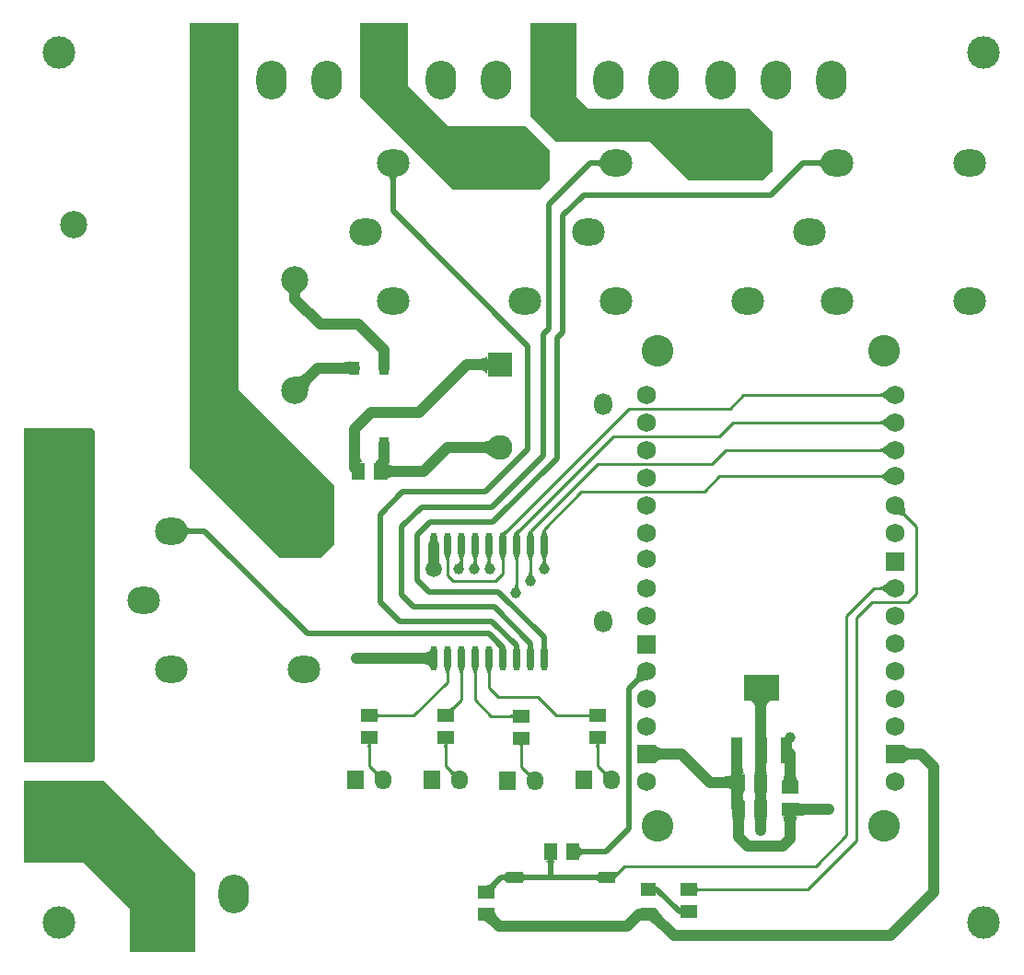
<source format=gtl>
G04 Layer_Physical_Order=1*
G04 Layer_Color=255*
%FSLAX44Y44*%
%MOMM*%
G71*
G01*
G75*
%ADD10R,1.6002X1.2700*%
%ADD11R,1.2700X1.6002*%
%ADD12R,1.3970X1.2700*%
%ADD13R,1.5000X1.0000*%
%ADD14R,1.0000X2.4000*%
%ADD15R,3.3000X2.4000*%
%ADD16R,1.6510X1.5240*%
%ADD17R,0.9000X1.3000*%
%ADD18O,0.6000X2.3000*%
%ADD19C,1.5000*%
%ADD20C,0.2540*%
%ADD21C,1.0000*%
%ADD22C,0.5000*%
%ADD23O,1.6510X2.0320*%
%ADD24C,3.0000*%
%ADD25O,1.5240X1.7780*%
%ADD26R,1.5240X1.7780*%
%ADD27O,3.0000X2.5000*%
%ADD28R,2.2860X2.2860*%
%ADD29C,2.2860*%
%ADD30C,2.5000*%
%ADD31O,2.7940X3.5560*%
%ADD32C,1.7526*%
%ADD33R,1.7526X1.7526*%
%ADD34C,2.9210*%
%ADD35C,1.0000*%
%ADD36C,1.5000*%
G36*
X-137701Y-236475D02*
X-137917Y-236552D01*
X-138108Y-236680D01*
X-138273Y-236860D01*
X-138413Y-237092D01*
X-138527Y-237374D01*
X-138616Y-237709D01*
X-138679Y-238094D01*
X-138717Y-238531D01*
X-138730Y-239020D01*
X-141270D01*
X-141283Y-238531D01*
X-141321Y-238094D01*
X-141384Y-237709D01*
X-141473Y-237374D01*
X-141587Y-237092D01*
X-141727Y-236860D01*
X-141892Y-236680D01*
X-142083Y-236552D01*
X-142299Y-236475D01*
X-142540Y-236449D01*
X-137460D01*
X-137701Y-236475D01*
D02*
G37*
G36*
X2299Y-236635D02*
X2083Y-236712D01*
X1892Y-236840D01*
X1727Y-237020D01*
X1587Y-237252D01*
X1473Y-237534D01*
X1384Y-237869D01*
X1321Y-238254D01*
X1283Y-238691D01*
X1270Y-239179D01*
X-1270D01*
X-1283Y-238691D01*
X-1321Y-238254D01*
X-1384Y-237869D01*
X-1473Y-237534D01*
X-1587Y-237252D01*
X-1727Y-237020D01*
X-1892Y-236840D01*
X-2083Y-236712D01*
X-2299Y-236635D01*
X-2540Y-236609D01*
X2540D01*
X2299Y-236635D01*
D02*
G37*
G36*
X72299Y-236475D02*
X72083Y-236552D01*
X71892Y-236680D01*
X71727Y-236860D01*
X71588Y-237092D01*
X71473Y-237374D01*
X71384Y-237709D01*
X71321Y-238094D01*
X71283Y-238531D01*
X71270Y-239020D01*
X68730D01*
X68717Y-238531D01*
X68679Y-238094D01*
X68616Y-237709D01*
X68527Y-237374D01*
X68412Y-237092D01*
X68273Y-236860D01*
X68108Y-236680D01*
X67917Y-236552D01*
X67701Y-236475D01*
X67460Y-236449D01*
X72540D01*
X72299Y-236475D01*
D02*
G37*
G36*
X-7970Y-212540D02*
X-7996Y-212299D01*
X-8072Y-212083D01*
X-8199Y-211892D01*
X-8377Y-211727D01*
X-8605Y-211588D01*
X-8885Y-211473D01*
X-9215Y-211384D01*
X-9596Y-211321D01*
X-10028Y-211283D01*
X-10510Y-211270D01*
Y-208730D01*
X-10028Y-208717D01*
X-9596Y-208679D01*
X-9215Y-208616D01*
X-8885Y-208527D01*
X-8605Y-208412D01*
X-8377Y-208273D01*
X-8199Y-208108D01*
X-8072Y-207917D01*
X-7996Y-207701D01*
X-7970Y-207460D01*
Y-212540D01*
D02*
G37*
G36*
X-67701Y-236315D02*
X-67917Y-236392D01*
X-68108Y-236520D01*
X-68273Y-236700D01*
X-68412Y-236932D01*
X-68527Y-237214D01*
X-68616Y-237549D01*
X-68679Y-237934D01*
X-68717Y-238371D01*
X-68730Y-238860D01*
X-71270D01*
X-71283Y-238371D01*
X-71321Y-237934D01*
X-71384Y-237549D01*
X-71473Y-237214D01*
X-71588Y-236932D01*
X-71727Y-236700D01*
X-71892Y-236520D01*
X-72083Y-236392D01*
X-72299Y-236315D01*
X-72540Y-236289D01*
X-67460D01*
X-67701Y-236315D01*
D02*
G37*
G36*
X225013Y-254930D02*
X225475Y-261430D01*
X225647Y-262129D01*
X225844Y-262630D01*
X226069Y-262929D01*
X226320Y-263029D01*
X213680D01*
X213931Y-262929D01*
X214156Y-262630D01*
X214353Y-262129D01*
X214525Y-261430D01*
X214670Y-260529D01*
X214881Y-258130D01*
X214987Y-254930D01*
X215000Y-253029D01*
X225000D01*
X225013Y-254930D01*
D02*
G37*
G36*
X76196Y-260683D02*
X76567Y-261000D01*
X76913Y-261256D01*
X77233Y-261451D01*
X77527Y-261585D01*
X77797Y-261658D01*
X78040Y-261670D01*
X78259Y-261621D01*
X78452Y-261511D01*
X78620Y-261340D01*
X75512Y-265384D01*
X75638Y-265173D01*
X75708Y-264940D01*
X75721Y-264687D01*
X75677Y-264412D01*
X75577Y-264117D01*
X75420Y-263801D01*
X75207Y-263463D01*
X74937Y-263104D01*
X74611Y-262725D01*
X74228Y-262324D01*
X75800Y-260304D01*
X76196Y-260683D01*
D02*
G37*
G36*
X123833Y-236977D02*
X124132Y-237611D01*
X124633Y-238171D01*
X125332Y-238656D01*
X126233Y-239067D01*
X127332Y-239403D01*
X128632Y-239664D01*
X130133Y-239851D01*
X131833Y-239963D01*
X133733Y-240000D01*
Y-250000D01*
X131833Y-250037D01*
X128632Y-250336D01*
X127332Y-250597D01*
X126233Y-250933D01*
X125332Y-251344D01*
X124633Y-251829D01*
X124132Y-252389D01*
X123833Y-253023D01*
X123733Y-253732D01*
Y-236268D01*
X123833Y-236977D01*
D02*
G37*
G36*
X-392000Y52000D02*
Y-246000D01*
Y-250000D01*
X-395000Y-253000D01*
X-456941D01*
Y55000D01*
X-395000D01*
X-392000Y52000D01*
D02*
G37*
G36*
X352433Y-236977D02*
X352733Y-237611D01*
X353232Y-238171D01*
X353932Y-238656D01*
X354832Y-239067D01*
X355933Y-239403D01*
X357233Y-239664D01*
X358732Y-239851D01*
X360433Y-239963D01*
X362332Y-240000D01*
Y-250000D01*
X360433Y-250037D01*
X357233Y-250336D01*
X355933Y-250597D01*
X354832Y-250933D01*
X353932Y-251344D01*
X353232Y-251829D01*
X352733Y-252389D01*
X352433Y-253023D01*
X352332Y-253732D01*
Y-236268D01*
X352433Y-236977D01*
D02*
G37*
G36*
X-53121Y-167085D02*
X-53333Y-167195D01*
X-53520Y-167379D01*
X-53682Y-167637D01*
X-53818Y-167968D01*
X-53931Y-168372D01*
X-54018Y-168851D01*
X-54080Y-169403D01*
X-54117Y-170028D01*
X-54130Y-170727D01*
X-56670D01*
X-56682Y-170028D01*
X-56782Y-168851D01*
X-56869Y-168372D01*
X-56981Y-167968D01*
X-57119Y-167637D01*
X-57281Y-167379D01*
X-57467Y-167195D01*
X-57679Y-167085D01*
X-57916Y-167048D01*
X-52884D01*
X-53121Y-167085D01*
D02*
G37*
G36*
X-65821D02*
X-66033Y-167195D01*
X-66220Y-167379D01*
X-66382Y-167637D01*
X-66519Y-167968D01*
X-66631Y-168372D01*
X-66718Y-168851D01*
X-66780Y-169403D01*
X-66817Y-170028D01*
X-66830Y-170727D01*
X-69370D01*
X-69382Y-170028D01*
X-69482Y-168851D01*
X-69569Y-168372D01*
X-69681Y-167968D01*
X-69819Y-167637D01*
X-69981Y-167379D01*
X-70167Y-167195D01*
X-70379Y-167085D01*
X-70616Y-167048D01*
X-65584D01*
X-65821Y-167085D01*
D02*
G37*
G36*
X-40421D02*
X-40633Y-167195D01*
X-40820Y-167379D01*
X-40981Y-167637D01*
X-41118Y-167968D01*
X-41231Y-168372D01*
X-41318Y-168851D01*
X-41380Y-169403D01*
X-41417Y-170028D01*
X-41430Y-170727D01*
X-43970D01*
X-43982Y-170028D01*
X-44082Y-168851D01*
X-44169Y-168372D01*
X-44281Y-167968D01*
X-44419Y-167637D01*
X-44580Y-167379D01*
X-44767Y-167195D01*
X-44979Y-167085D01*
X-45216Y-167048D01*
X-40184D01*
X-40421Y-167085D01*
D02*
G37*
G36*
X-83366Y-166985D02*
X-83470Y-166037D01*
X-83783Y-165190D01*
X-84305Y-164442D01*
X-85035Y-163794D01*
X-85974Y-163245D01*
X-87121Y-162797D01*
X-88477Y-162448D01*
X-90041Y-162198D01*
X-91814Y-162049D01*
X-93795Y-161999D01*
Y-151999D01*
X-91814Y-151949D01*
X-90042Y-151800D01*
X-88478Y-151551D01*
X-87122Y-151202D01*
X-85976Y-150754D01*
X-85037Y-150206D01*
X-84308Y-149559D01*
X-83786Y-148812D01*
X-83474Y-147966D01*
X-83370Y-147020D01*
X-83366Y-166985D01*
D02*
G37*
G36*
X-27721Y-167085D02*
X-27933Y-167195D01*
X-28119Y-167379D01*
X-28282Y-167637D01*
X-28419Y-167968D01*
X-28531Y-168372D01*
X-28618Y-168851D01*
X-28680Y-169403D01*
X-28718Y-170028D01*
X-28730Y-170727D01*
X-31270D01*
X-31282Y-170028D01*
X-31382Y-168851D01*
X-31469Y-168372D01*
X-31581Y-167968D01*
X-31718Y-167637D01*
X-31881Y-167379D01*
X-32067Y-167195D01*
X-32279Y-167085D01*
X-32516Y-167048D01*
X-27484D01*
X-27721Y-167085D01*
D02*
G37*
G36*
X62030Y-212380D02*
X62004Y-212139D01*
X61928Y-211923D01*
X61801Y-211732D01*
X61623Y-211567D01*
X61395Y-211427D01*
X61115Y-211313D01*
X60785Y-211224D01*
X60404Y-211161D01*
X59972Y-211123D01*
X59489Y-211110D01*
Y-208570D01*
X59972Y-208557D01*
X60404Y-208519D01*
X60785Y-208456D01*
X61115Y-208367D01*
X61395Y-208253D01*
X61623Y-208113D01*
X61801Y-207948D01*
X61928Y-207757D01*
X62004Y-207541D01*
X62030Y-207300D01*
Y-212380D01*
D02*
G37*
G36*
X-132034Y-207541D02*
X-131957Y-207757D01*
X-131829Y-207948D01*
X-131649Y-208113D01*
X-131417Y-208253D01*
X-131135Y-208367D01*
X-130800Y-208456D01*
X-130415Y-208519D01*
X-129978Y-208557D01*
X-129489Y-208570D01*
Y-211110D01*
X-129978Y-211123D01*
X-130415Y-211161D01*
X-130800Y-211224D01*
X-131135Y-211313D01*
X-131417Y-211427D01*
X-131649Y-211567D01*
X-131829Y-211732D01*
X-131957Y-211923D01*
X-132034Y-212139D01*
X-132060Y-212380D01*
Y-207300D01*
X-132034Y-207541D01*
D02*
G37*
G36*
X229050Y-196039D02*
X228200Y-196340D01*
X227450Y-196842D01*
X226800Y-197544D01*
X226250Y-198447D01*
X225800Y-199550D01*
X225450Y-200854D01*
X225200Y-202358D01*
X225050Y-204064D01*
X225000Y-205970D01*
X215000D01*
X214950Y-204064D01*
X214800Y-202358D01*
X214550Y-200854D01*
X214200Y-199550D01*
X213750Y-198447D01*
X213200Y-197544D01*
X212550Y-196842D01*
X211800Y-196340D01*
X210950Y-196039D01*
X210000Y-195939D01*
X230000D01*
X229050Y-196039D01*
D02*
G37*
G36*
X114912Y-177563D02*
X113918Y-177580D01*
X112972Y-177653D01*
X112073Y-177781D01*
X111222Y-177964D01*
X110418Y-178203D01*
X109661Y-178496D01*
X108953Y-178846D01*
X108291Y-179250D01*
X107677Y-179709D01*
X107111Y-180224D01*
X103575Y-176689D01*
X104090Y-176123D01*
X104550Y-175509D01*
X104955Y-174847D01*
X105304Y-174139D01*
X105597Y-173382D01*
X105836Y-172578D01*
X106019Y-171727D01*
X106147Y-170828D01*
X106220Y-169882D01*
X106237Y-168888D01*
X114912Y-177563D01*
D02*
G37*
G36*
X-60233Y-201709D02*
X-60813Y-202307D01*
X-61708Y-203342D01*
X-62023Y-203781D01*
X-62249Y-204167D01*
X-62388Y-204499D01*
X-62438Y-204779D01*
X-62400Y-205006D01*
X-62274Y-205180D01*
X-62060Y-205302D01*
X-67273Y-203391D01*
X-67004Y-203458D01*
X-66715Y-203469D01*
X-66407Y-203426D01*
X-66078Y-203326D01*
X-65729Y-203171D01*
X-65359Y-202961D01*
X-64970Y-202695D01*
X-64560Y-202374D01*
X-64130Y-201997D01*
X-63681Y-201564D01*
X-60233Y-201709D01*
D02*
G37*
G36*
X-63804Y-260683D02*
X-63433Y-261000D01*
X-63087Y-261256D01*
X-62767Y-261451D01*
X-62473Y-261585D01*
X-62203Y-261658D01*
X-61960Y-261670D01*
X-61741Y-261621D01*
X-61548Y-261511D01*
X-61380Y-261340D01*
X-64488Y-265384D01*
X-64362Y-265173D01*
X-64292Y-264940D01*
X-64279Y-264687D01*
X-64323Y-264412D01*
X-64423Y-264117D01*
X-64580Y-263801D01*
X-64793Y-263463D01*
X-65063Y-263104D01*
X-65389Y-262725D01*
X-65772Y-262324D01*
X-64200Y-260304D01*
X-63804Y-260683D01*
D02*
G37*
G36*
X71031Y-363470D02*
X70981Y-363000D01*
X70830Y-362580D01*
X70581Y-362210D01*
X70230Y-361889D01*
X69781Y-361617D01*
X69230Y-361395D01*
X68580Y-361222D01*
X67831Y-361099D01*
X66981Y-361025D01*
X66031Y-361000D01*
Y-356000D01*
X66981Y-355975D01*
X67831Y-355901D01*
X68580Y-355778D01*
X69230Y-355605D01*
X69781Y-355383D01*
X70230Y-355111D01*
X70581Y-354790D01*
X70830Y-354420D01*
X70981Y-354000D01*
X71031Y-353531D01*
Y-363470D01*
D02*
G37*
G36*
X1019Y-354000D02*
X1169Y-354420D01*
X1419Y-354790D01*
X1769Y-355111D01*
X2219Y-355383D01*
X2770Y-355605D01*
X3419Y-355778D01*
X4169Y-355901D01*
X5020Y-355975D01*
X5969Y-356000D01*
Y-361000D01*
X5020Y-361025D01*
X4169Y-361099D01*
X3419Y-361222D01*
X2770Y-361395D01*
X2219Y-361617D01*
X1769Y-361889D01*
X1419Y-362210D01*
X1169Y-362580D01*
X1019Y-363000D01*
X970Y-363470D01*
Y-353531D01*
X1019Y-354000D01*
D02*
G37*
G36*
X-13939Y-363350D02*
X-13988Y-362904D01*
X-14134Y-362504D01*
X-14378Y-362152D01*
X-14720Y-361846D01*
X-15159Y-361588D01*
X-15696Y-361376D01*
X-16331Y-361212D01*
X-17063Y-361094D01*
X-17893Y-361023D01*
X-18820Y-361000D01*
Y-356000D01*
X-17893Y-355976D01*
X-17063Y-355906D01*
X-16331Y-355788D01*
X-15696Y-355624D01*
X-15159Y-355412D01*
X-14720Y-355154D01*
X-14378Y-354848D01*
X-14134Y-354496D01*
X-13988Y-354096D01*
X-13939Y-353649D01*
Y-363350D01*
D02*
G37*
G36*
X87766Y-357030D02*
X87420Y-357394D01*
X87111Y-357756D01*
X86837Y-358118D01*
X86600Y-358478D01*
X86399Y-358838D01*
X86235Y-359197D01*
X86107Y-359554D01*
X86014Y-359911D01*
X85959Y-360267D01*
X85939Y-360622D01*
X85969Y-353531D01*
X85988Y-353836D01*
X86041Y-354072D01*
X86131Y-354238D01*
X86257Y-354334D01*
X86419Y-354359D01*
X86616Y-354315D01*
X86850Y-354201D01*
X87119Y-354017D01*
X87424Y-353763D01*
X87766Y-353438D01*
Y-357030D01*
D02*
G37*
G36*
X80285Y-356703D02*
X80526Y-356814D01*
X80824Y-356911D01*
X81179Y-356996D01*
X81591Y-357067D01*
X82584Y-357171D01*
X83805Y-357224D01*
X84500Y-357230D01*
Y-359770D01*
X83805Y-359776D01*
X81591Y-359933D01*
X81179Y-360004D01*
X80824Y-360089D01*
X80526Y-360186D01*
X80285Y-360297D01*
X80101Y-360420D01*
Y-356580D01*
X80285Y-356703D01*
D02*
G37*
G36*
X124061Y-386743D02*
X124379Y-387533D01*
X124909Y-388479D01*
X125652Y-389582D01*
X126606Y-390842D01*
X129152Y-393831D01*
X134561Y-399490D01*
X126749Y-405821D01*
X124663Y-403804D01*
X120938Y-400642D01*
X119299Y-399497D01*
X117810Y-398642D01*
X116471Y-398077D01*
X115281Y-397802D01*
X114240Y-397817D01*
X113349Y-398123D01*
X112607Y-398719D01*
X123954Y-386110D01*
X124061Y-386743D01*
D02*
G37*
G36*
X-337000Y-317000D02*
X-300000Y-354000D01*
Y-358000D01*
Y-426941D01*
X-360000D01*
Y-387000D01*
X-371000Y-376000D01*
X-402000Y-345000D01*
X-456941D01*
Y-270000D01*
X-384000D01*
X-337000Y-317000D01*
D02*
G37*
G36*
X-24329Y-389960D02*
X-24381Y-390462D01*
X-24215Y-391117D01*
X-23832Y-391924D01*
X-23231Y-392883D01*
X-22413Y-393995D01*
X-20124Y-396675D01*
X-16964Y-399964D01*
X-25680Y-405391D01*
X-27309Y-403795D01*
X-31404Y-400188D01*
X-32506Y-399380D01*
X-33476Y-398768D01*
X-34315Y-398353D01*
X-35022Y-398135D01*
X-35598Y-398114D01*
X-36041Y-398289D01*
X-24060Y-389610D01*
X-24329Y-389960D01*
D02*
G37*
G36*
X-20494Y-363709D02*
X-21561Y-364812D01*
X-23221Y-366752D01*
X-23815Y-367591D01*
X-24250Y-368342D01*
X-24528Y-369005D01*
X-24648Y-369581D01*
X-24610Y-370068D01*
X-24414Y-370468D01*
X-24060Y-370780D01*
X-32752Y-365391D01*
X-32291Y-365597D01*
X-31776Y-365678D01*
X-31207Y-365634D01*
X-30582Y-365464D01*
X-29902Y-365170D01*
X-29167Y-364751D01*
X-28378Y-364207D01*
X-27534Y-363538D01*
X-26635Y-362744D01*
X-25680Y-361825D01*
X-20494Y-363709D01*
D02*
G37*
G36*
X161996Y-367541D02*
X162072Y-367757D01*
X162199Y-367948D01*
X162377Y-368113D01*
X162605Y-368252D01*
X162885Y-368367D01*
X163215Y-368456D01*
X163596Y-368519D01*
X164028Y-368557D01*
X164510Y-368570D01*
Y-371110D01*
X164028Y-371123D01*
X163596Y-371161D01*
X163215Y-371224D01*
X162885Y-371313D01*
X162605Y-371427D01*
X162377Y-371567D01*
X162199Y-371732D01*
X162072Y-371923D01*
X161996Y-372139D01*
X161971Y-372380D01*
Y-367300D01*
X161996Y-367541D01*
D02*
G37*
G36*
X225007Y-278971D02*
X226320D01*
X226069Y-279070D01*
X225844Y-279370D01*
X225647Y-279870D01*
X225475Y-280571D01*
X225330Y-281471D01*
X225215Y-282773D01*
X225475Y-286430D01*
X225647Y-287129D01*
X225844Y-287630D01*
X226069Y-287929D01*
X226320Y-288029D01*
X225007D01*
X225000Y-288971D01*
X215000D01*
X214993Y-288029D01*
X213680D01*
X213931Y-287929D01*
X214156Y-287630D01*
X214353Y-287129D01*
X214525Y-286430D01*
X214670Y-285529D01*
X214785Y-284226D01*
X214525Y-280571D01*
X214353Y-279870D01*
X214156Y-279370D01*
X213931Y-279070D01*
X213680Y-278971D01*
X214993D01*
X215000Y-278029D01*
X225000D01*
X225007Y-278971D01*
D02*
G37*
G36*
X203030Y-254930D02*
X203270Y-258130D01*
X203480Y-259429D01*
X203750Y-260529D01*
X204080Y-261430D01*
X204470Y-262129D01*
X204920Y-262630D01*
X205430Y-262929D01*
X206000Y-263029D01*
X193361D01*
Y-278029D01*
X203000D01*
X203015Y-278971D01*
X206000D01*
X205430Y-279070D01*
X204920Y-279370D01*
X204470Y-279870D01*
X204080Y-280571D01*
X203750Y-281471D01*
X203480Y-282570D01*
X203330Y-283500D01*
X203480Y-284429D01*
X203750Y-285529D01*
X204080Y-286430D01*
X204470Y-287129D01*
X204920Y-287630D01*
X205430Y-287929D01*
X206000Y-288029D01*
X203031D01*
X203000Y-288971D01*
X193000D01*
X193111Y-285906D01*
X193090Y-285529D01*
X193000Y-278029D01*
X193037D01*
X192960Y-277901D01*
X192460Y-277456D01*
X191761Y-277069D01*
X190861Y-276743D01*
X189760Y-276475D01*
X188461Y-276267D01*
X186961Y-276119D01*
X183361Y-276000D01*
Y-266000D01*
X185261Y-265970D01*
X188461Y-265733D01*
X189760Y-265525D01*
X190861Y-265257D01*
X191761Y-264931D01*
X192460Y-264544D01*
X192960Y-264099D01*
X193260Y-263594D01*
X193361Y-263029D01*
X193292Y-262929D01*
X193231Y-262630D01*
X193177Y-262129D01*
X193090Y-260529D01*
X193000Y-253029D01*
X203000D01*
X203030Y-254930D01*
D02*
G37*
G36*
X252030Y-261261D02*
X252267Y-264461D01*
X252475Y-265760D01*
X252743Y-266861D01*
X253069Y-267761D01*
X253456Y-268461D01*
X253901Y-268960D01*
X254406Y-269261D01*
X254970Y-269361D01*
X239030D01*
X239594Y-269261D01*
X240099Y-268960D01*
X240544Y-268461D01*
X240931Y-267761D01*
X241257Y-266861D01*
X241525Y-265760D01*
X241733Y-264461D01*
X241881Y-262960D01*
X242000Y-259361D01*
X252000D01*
X252030Y-261261D01*
D02*
G37*
G36*
X-133804Y-260683D02*
X-133433Y-261000D01*
X-133087Y-261256D01*
X-132767Y-261451D01*
X-132473Y-261585D01*
X-132204Y-261658D01*
X-131960Y-261670D01*
X-131741Y-261621D01*
X-131548Y-261511D01*
X-131380Y-261340D01*
X-134488Y-265384D01*
X-134361Y-265173D01*
X-134292Y-264940D01*
X-134279Y-264687D01*
X-134323Y-264412D01*
X-134423Y-264117D01*
X-134580Y-263801D01*
X-134793Y-263463D01*
X-135063Y-263104D01*
X-135389Y-262725D01*
X-135772Y-262324D01*
X-134200Y-260304D01*
X-133804Y-260683D01*
D02*
G37*
G36*
X6197Y-261683D02*
X6567Y-262000D01*
X6913Y-262256D01*
X7233Y-262451D01*
X7527Y-262585D01*
X7796Y-262658D01*
X8040Y-262670D01*
X8259Y-262621D01*
X8452Y-262511D01*
X8619Y-262340D01*
X5512Y-266384D01*
X5638Y-266173D01*
X5708Y-265940D01*
X5721Y-265687D01*
X5677Y-265413D01*
X5577Y-265117D01*
X5420Y-264800D01*
X5207Y-264463D01*
X4937Y-264104D01*
X4611Y-263725D01*
X4228Y-263324D01*
X5800Y-261304D01*
X6197Y-261683D01*
D02*
G37*
G36*
X53499Y-330475D02*
X53650Y-330900D01*
X53902Y-331275D01*
X54254Y-331600D01*
X54707Y-331875D01*
X55260Y-332100D01*
X55914Y-332275D01*
X56669Y-332400D01*
X57524Y-332475D01*
X58479Y-332500D01*
Y-337500D01*
X57524Y-337525D01*
X56669Y-337600D01*
X55914Y-337725D01*
X55260Y-337900D01*
X54707Y-338125D01*
X54254Y-338400D01*
X53902Y-338725D01*
X53650Y-339100D01*
X53499Y-339525D01*
X53449Y-340000D01*
Y-330000D01*
X53499Y-330475D01*
D02*
G37*
G36*
X31365Y-343021D02*
X30940Y-343171D01*
X30565Y-343420D01*
X30240Y-343770D01*
X29965Y-344221D01*
X29740Y-344771D01*
X29565Y-345420D01*
X29440Y-346171D01*
X29365Y-347020D01*
X29340Y-347971D01*
X24340D01*
X24315Y-347020D01*
X24240Y-346171D01*
X24115Y-345420D01*
X23940Y-344771D01*
X23715Y-344221D01*
X23440Y-343770D01*
X23115Y-343420D01*
X22740Y-343171D01*
X22315Y-343021D01*
X21840Y-342971D01*
X31840D01*
X31365Y-343021D01*
D02*
G37*
G36*
X205749Y-304070D02*
X205525Y-304370D01*
X205327Y-304870D01*
X205155Y-305571D01*
X205010Y-306471D01*
X204799Y-308871D01*
X204693Y-312071D01*
X204680Y-313971D01*
X194680D01*
X194667Y-312071D01*
X194205Y-305571D01*
X194033Y-304870D01*
X193836Y-304370D01*
X193611Y-304070D01*
X193361Y-303971D01*
X206000D01*
X205749Y-304070D01*
D02*
G37*
G36*
X255070Y-289931D02*
X255371Y-290156D01*
X255870Y-290353D01*
X256570Y-290525D01*
X257470Y-290670D01*
X259870Y-290881D01*
X263071Y-290987D01*
X264970Y-291000D01*
Y-301000D01*
X263071Y-301013D01*
X256570Y-301475D01*
X255870Y-301647D01*
X255371Y-301845D01*
X255070Y-302069D01*
X254970Y-302320D01*
X254406Y-302419D01*
X253901Y-302719D01*
X253456Y-303220D01*
X253069Y-303920D01*
X252743Y-304820D01*
X252475Y-305919D01*
X252267Y-307220D01*
X252119Y-308720D01*
X252000Y-312320D01*
X242000D01*
X241970Y-310420D01*
X241733Y-307220D01*
X241525Y-305919D01*
X241257Y-304820D01*
X240931Y-303920D01*
X240544Y-303220D01*
X240099Y-302719D01*
X239594Y-302419D01*
X239030Y-302320D01*
X254970D01*
Y-289681D01*
X255070Y-289931D01*
D02*
G37*
G36*
X226069Y-304070D02*
X225844Y-304370D01*
X225647Y-304870D01*
X225475Y-305571D01*
X225330Y-306471D01*
X225119Y-308871D01*
X225013Y-312071D01*
X225000Y-313971D01*
X215000D01*
X214987Y-312071D01*
X214525Y-305571D01*
X214353Y-304870D01*
X214156Y-304370D01*
X213931Y-304070D01*
X213680Y-303971D01*
X226320D01*
X226069Y-304070D01*
D02*
G37*
G36*
X-148454Y31070D02*
X-148314Y29371D01*
X-148081Y27871D01*
X-147755Y26570D01*
X-147335Y25470D01*
X-146823Y24571D01*
X-146217Y23870D01*
X-145518Y23370D01*
X-144726Y23070D01*
X-143841Y22970D01*
X-156480D01*
X-156863Y23070D01*
X-157207Y23370D01*
X-157510Y23870D01*
X-157773Y24571D01*
X-157995Y25470D01*
X-158177Y26570D01*
X-158318Y27871D01*
X-158480Y31070D01*
X-158500Y32970D01*
X-148500D01*
X-148454Y31070D01*
D02*
G37*
G36*
X-123420Y22406D02*
X-123120Y21901D01*
X-122620Y21456D01*
X-121920Y21069D01*
X-121020Y20743D01*
X-119921Y20475D01*
X-118621Y20267D01*
X-117121Y20119D01*
X-113520Y20000D01*
Y10000D01*
X-115421Y9970D01*
X-118621Y9733D01*
X-119921Y9525D01*
X-121020Y9257D01*
X-121920Y8931D01*
X-122620Y8544D01*
X-123120Y8099D01*
X-123420Y7594D01*
X-123520Y7030D01*
Y22970D01*
X-123420Y22406D01*
D02*
G37*
G36*
X337342Y28266D02*
X336407Y29190D01*
X334649Y30747D01*
X333826Y31379D01*
X333041Y31914D01*
X332292Y32352D01*
X331581Y32692D01*
X330907Y32935D01*
X330271Y33081D01*
X329672Y33130D01*
Y35670D01*
X330271Y35719D01*
X330907Y35865D01*
X331581Y36108D01*
X332292Y36448D01*
X333041Y36886D01*
X333826Y37421D01*
X334649Y38053D01*
X336407Y39610D01*
X337342Y40534D01*
Y28266D01*
D02*
G37*
G36*
Y53666D02*
X336407Y54590D01*
X334649Y56147D01*
X333826Y56779D01*
X333041Y57314D01*
X332292Y57752D01*
X331581Y58092D01*
X330907Y58335D01*
X330271Y58481D01*
X329672Y58530D01*
Y61070D01*
X330271Y61119D01*
X330907Y61265D01*
X331581Y61508D01*
X332292Y61848D01*
X333041Y62286D01*
X333826Y62821D01*
X334649Y63453D01*
X336407Y65010D01*
X337342Y65934D01*
Y53666D01*
D02*
G37*
G36*
X-28163Y28899D02*
X-28782Y29469D01*
X-29463Y29979D01*
X-30206Y30429D01*
X-31010Y30820D01*
X-31877Y31150D01*
X-32805Y31420D01*
X-33795Y31630D01*
X-34847Y31780D01*
X-35961Y31870D01*
X-37136Y31900D01*
Y41900D01*
X-35961Y41930D01*
X-34847Y42020D01*
X-33795Y42170D01*
X-32805Y42380D01*
X-31877Y42650D01*
X-31010Y42980D01*
X-30206Y43370D01*
X-29463Y43821D01*
X-28782Y44331D01*
X-28163Y44901D01*
Y28899D01*
D02*
G37*
G36*
X-1313Y-40109D02*
X-1745Y-40559D01*
X-2381Y-41338D01*
X-2585Y-41667D01*
X-2712Y-41956D01*
X-2763Y-42204D01*
X-2738Y-42412D01*
X-2637Y-42579D01*
X-2460Y-42706D01*
X-2206Y-42793D01*
X-6098Y-41907D01*
X-6259Y-41954D01*
X-6329Y-41921D01*
X-6309Y-41810D01*
X-6197Y-41619D01*
X-5995Y-41350D01*
X-5702Y-41002D01*
X-4276Y-39486D01*
X-3619Y-38823D01*
X-1313Y-40109D01*
D02*
G37*
G36*
X22083Y-39972D02*
X22182Y-41149D01*
X22269Y-41627D01*
X22381Y-42032D01*
X22518Y-42363D01*
X22680Y-42621D01*
X22867Y-42805D01*
X23079Y-42915D01*
X23316Y-42952D01*
X18284D01*
X18521Y-42915D01*
X18733Y-42805D01*
X18920Y-42621D01*
X19081Y-42363D01*
X19219Y-42032D01*
X19331Y-41627D01*
X19418Y-41149D01*
X19480Y-40597D01*
X19518Y-39972D01*
X19530Y-39273D01*
X22070D01*
X22083Y-39972D01*
D02*
G37*
G36*
X9373Y-40302D02*
X9449Y-41486D01*
X9484Y-41676D01*
X9526Y-41824D01*
X9573Y-41930D01*
X9627Y-41993D01*
X9687Y-42015D01*
X6513D01*
X6573Y-41993D01*
X6627Y-41930D01*
X6675Y-41824D01*
X6716Y-41676D01*
X6751Y-41486D01*
X6779Y-41253D01*
X6817Y-40661D01*
X6830Y-39900D01*
X9370D01*
X9373Y-40302D01*
D02*
G37*
G36*
X337342Y4136D02*
X336407Y5060D01*
X334649Y6617D01*
X333826Y7249D01*
X333041Y7784D01*
X332292Y8222D01*
X331581Y8562D01*
X330907Y8805D01*
X330271Y8951D01*
X329672Y9000D01*
Y11540D01*
X330271Y11589D01*
X330907Y11735D01*
X331581Y11978D01*
X332292Y12318D01*
X333041Y12756D01*
X333826Y13291D01*
X334649Y13923D01*
X336407Y15480D01*
X337342Y16404D01*
Y4136D01*
D02*
G37*
G36*
X352370Y-17802D02*
X352513Y-20146D01*
X352647Y-21175D01*
X352825Y-22109D01*
X353044Y-22947D01*
X353306Y-23691D01*
X353611Y-24339D01*
X353957Y-24893D01*
X354347Y-25351D01*
X352551Y-27147D01*
X352093Y-26758D01*
X351539Y-26411D01*
X350891Y-26106D01*
X350148Y-25844D01*
X349309Y-25625D01*
X348375Y-25447D01*
X347346Y-25312D01*
X345002Y-25170D01*
X343688Y-25163D01*
X352363Y-16488D01*
X352370Y-17802D01*
D02*
G37*
G36*
X-113581Y286253D02*
X-114005Y286093D01*
X-114378Y285828D01*
X-114703Y285456D01*
X-114977Y284977D01*
X-115201Y284393D01*
X-115376Y283702D01*
X-115500Y282905D01*
X-115575Y282002D01*
X-115600Y280992D01*
X-120600D01*
X-120625Y282002D01*
X-120700Y282905D01*
X-120824Y283702D01*
X-120999Y284393D01*
X-121223Y284977D01*
X-121497Y285456D01*
X-121821Y285828D01*
X-122196Y286093D01*
X-122619Y286253D01*
X-123093Y286306D01*
X-113107D01*
X-113581Y286253D01*
D02*
G37*
G36*
X-104000Y400000D02*
Y369000D01*
X-67000Y332000D01*
X-50000Y332000D01*
X4000D01*
X18000Y318000D01*
X26000Y310000D01*
Y307000D01*
Y283000D01*
X24000Y281000D01*
X17000Y274000D01*
X-63000D01*
X-99000Y310000D01*
X-148000Y359000D01*
Y364000D01*
Y426941D01*
X-104000D01*
Y400000D01*
D02*
G37*
G36*
X51000Y398000D02*
Y359000D01*
X55000Y355000D01*
X62000Y348000D01*
X210000Y348000D01*
X225000Y333000D01*
X231000Y327000D01*
Y319000D01*
Y291000D01*
X230000Y290000D01*
X222000Y282000D01*
X154000D01*
X139000Y297000D01*
X118000Y318000D01*
X32000D01*
X28000Y322000D01*
X8000Y342000D01*
Y396000D01*
Y426941D01*
X51000D01*
Y398000D01*
D02*
G37*
G36*
X276502Y293512D02*
X276444Y293985D01*
X276269Y294408D01*
X275978Y294781D01*
X275570Y295104D01*
X275046Y295378D01*
X274405Y295602D01*
X273648Y295776D01*
X272774Y295900D01*
X271783Y295975D01*
X270676Y296000D01*
Y301000D01*
X271783Y301025D01*
X272774Y301100D01*
X273648Y301224D01*
X274405Y301398D01*
X275046Y301622D01*
X275570Y301896D01*
X275978Y302219D01*
X276269Y302593D01*
X276444Y303015D01*
X276502Y303488D01*
Y293512D01*
D02*
G37*
G36*
X73002Y293512D02*
X72944Y293985D01*
X72769Y294408D01*
X72478Y294781D01*
X72070Y295104D01*
X71546Y295378D01*
X70905Y295602D01*
X70148Y295776D01*
X69274Y295900D01*
X68283Y295975D01*
X67176Y296000D01*
Y301000D01*
X68283Y301025D01*
X69274Y301099D01*
X70148Y301224D01*
X70905Y301398D01*
X71546Y301622D01*
X72070Y301896D01*
X72478Y302219D01*
X72769Y302593D01*
X72944Y303015D01*
X73002Y303488D01*
Y293512D01*
D02*
G37*
G36*
X-191460Y99069D02*
X-192313Y98162D01*
X-193076Y97241D01*
X-193747Y96305D01*
X-194327Y95353D01*
X-194817Y94386D01*
X-195215Y93404D01*
X-195523Y92407D01*
X-195740Y91395D01*
X-195866Y90368D01*
X-195901Y89325D01*
X-208275Y101699D01*
X-207232Y101734D01*
X-206205Y101860D01*
X-205193Y102077D01*
X-204196Y102385D01*
X-203214Y102783D01*
X-202247Y103273D01*
X-201295Y103853D01*
X-200359Y104524D01*
X-199437Y105287D01*
X-198531Y106140D01*
X-191460Y99069D01*
D02*
G37*
G36*
X337342Y79066D02*
X336407Y79990D01*
X334649Y81547D01*
X333826Y82179D01*
X333041Y82714D01*
X332292Y83152D01*
X331581Y83492D01*
X330907Y83735D01*
X330271Y83881D01*
X329672Y83930D01*
Y86470D01*
X330271Y86519D01*
X330907Y86665D01*
X331581Y86908D01*
X332292Y87248D01*
X333041Y87686D01*
X333826Y88221D01*
X334649Y88853D01*
X336407Y90410D01*
X337342Y91334D01*
Y79066D01*
D02*
G37*
G36*
X-31369Y103100D02*
X-31469Y104050D01*
X-31770Y104900D01*
X-32272Y105650D01*
X-32974Y106300D01*
X-33877Y106850D01*
X-34980Y107300D01*
X-36284Y107650D01*
X-37789Y107900D01*
X-39494Y108050D01*
X-41399Y108100D01*
Y118100D01*
X-39494Y118150D01*
X-37789Y118300D01*
X-36284Y118550D01*
X-34980Y118900D01*
X-33877Y119350D01*
X-32974Y119900D01*
X-32272Y120550D01*
X-31770Y121300D01*
X-31469Y122150D01*
X-31369Y123100D01*
Y103100D01*
D02*
G37*
G36*
X-202819Y179555D02*
X-202941Y179314D01*
X-203049Y178964D01*
X-203142Y178501D01*
X-203221Y177929D01*
X-203335Y176450D01*
X-203400Y173400D01*
X-213400D01*
X-213407Y174528D01*
X-213658Y178501D01*
X-213751Y178964D01*
X-213859Y179314D01*
X-213981Y179555D01*
X-214117Y179684D01*
X-202683D01*
X-202819Y179555D01*
D02*
G37*
G36*
X-157970Y103530D02*
X-158070Y103810D01*
X-158370Y104059D01*
X-158870Y104280D01*
X-159570Y104471D01*
X-160470Y104633D01*
X-161570Y104765D01*
X-164370Y104941D01*
X-167970Y105000D01*
Y115000D01*
X-166070Y115015D01*
X-160470Y115367D01*
X-159570Y115529D01*
X-158870Y115720D01*
X-158370Y115940D01*
X-158070Y116190D01*
X-157970Y116469D01*
Y103530D01*
D02*
G37*
G36*
X-13128Y-40924D02*
X-13564Y-41378D01*
X-14231Y-42187D01*
X-14462Y-42541D01*
X-14624Y-42863D01*
X-14718Y-43151D01*
X-14742Y-43406D01*
X-14699Y-43628D01*
X-14586Y-43816D01*
X-14405Y-43971D01*
X-18075Y-41608D01*
X-17910Y-41571D01*
X-17724Y-41500D01*
X-17518Y-41394D01*
X-17292Y-41255D01*
X-17045Y-41083D01*
X-16490Y-40635D01*
X-15853Y-40052D01*
X-15504Y-39710D01*
X-13128Y-40924D01*
D02*
G37*
G36*
X-28705Y-67444D02*
X-28632Y-67867D01*
X-28510Y-68278D01*
X-28339Y-68677D01*
X-28119Y-69062D01*
X-27850Y-69435D01*
X-27532Y-69796D01*
X-27165Y-70144D01*
X-26749Y-70479D01*
X-26285Y-70801D01*
X-33143Y-72201D01*
X-32787Y-71656D01*
X-32188Y-70617D01*
X-31944Y-70125D01*
X-31570Y-69194D01*
X-31439Y-68755D01*
X-31345Y-68334D01*
X-31289Y-67930D01*
X-31270Y-67545D01*
X-28730Y-67007D01*
X-28705Y-67444D01*
D02*
G37*
G36*
X-54130Y-68834D02*
X-54121Y-69201D01*
X-54049Y-70003D01*
X-53986Y-70437D01*
X-53687Y-71874D01*
X-53398Y-72943D01*
X-53227Y-73512D01*
X-59133Y-70130D01*
X-58665Y-69997D01*
X-58246Y-69829D01*
X-57877Y-69624D01*
X-57557Y-69383D01*
X-57286Y-69106D01*
X-57064Y-68793D01*
X-56892Y-68444D01*
X-56768Y-68059D01*
X-56695Y-67638D01*
X-56670Y-67180D01*
X-54130Y-68834D01*
D02*
G37*
G36*
X-41430Y-67253D02*
X-41409Y-67662D01*
X-41344Y-68078D01*
X-41238Y-68501D01*
X-41088Y-68930D01*
X-40896Y-69366D01*
X-40660Y-69808D01*
X-40382Y-70258D01*
X-40062Y-70714D01*
X-39698Y-71176D01*
X-39292Y-71646D01*
X-46279Y-71226D01*
X-45841Y-70823D01*
X-45448Y-70418D01*
X-45102Y-70011D01*
X-44801Y-69602D01*
X-44547Y-69190D01*
X-44339Y-68776D01*
X-44178Y-68359D01*
X-44062Y-67940D01*
X-43993Y-67519D01*
X-43970Y-67095D01*
X-41430Y-67253D01*
D02*
G37*
G36*
X-75800Y-65095D02*
X-75609Y-69786D01*
X-86105Y-69506D01*
X-86047Y-69407D01*
X-85995Y-69224D01*
X-85950Y-68958D01*
X-85910Y-68607D01*
X-85828Y-67050D01*
X-85800Y-64737D01*
X-75800Y-65095D01*
D02*
G37*
G36*
X22093Y-67537D02*
X22161Y-67958D01*
X22276Y-68378D01*
X22436Y-68797D01*
X22641Y-69215D01*
X22892Y-69632D01*
X23189Y-70048D01*
X23532Y-70464D01*
X23920Y-70878D01*
X24354Y-71292D01*
X17360Y-71572D01*
X17772Y-71114D01*
X18467Y-70213D01*
X18749Y-69770D01*
X18987Y-69332D01*
X19183Y-68900D01*
X19335Y-68472D01*
X19443Y-68050D01*
X19508Y-67633D01*
X19530Y-67221D01*
X22070Y-67116D01*
X22093Y-67537D01*
D02*
G37*
G36*
X-18876Y-141601D02*
X-15467Y-145445D01*
X-15295Y-145778D01*
X-15294Y-145966D01*
X-15463Y-146008D01*
X-15802Y-145905D01*
X-20265Y-150776D01*
X-19997Y-150378D01*
X-19863Y-149916D01*
X-19863Y-149390D01*
X-19997Y-148801D01*
X-20265Y-148147D01*
X-20667Y-147429D01*
X-21203Y-146648D01*
X-21874Y-145802D01*
X-22678Y-144892D01*
X-23617Y-143919D01*
X-20069Y-140396D01*
X-18876Y-141601D01*
D02*
G37*
G36*
X23304Y-142819D02*
X23552Y-147186D01*
X23618Y-147494D01*
X23693Y-147724D01*
X17907D01*
X17982Y-147494D01*
X18048Y-147186D01*
X18107Y-146799D01*
X18202Y-145788D01*
X18284Y-143679D01*
X18300Y-141879D01*
X23300D01*
X23304Y-142819D01*
D02*
G37*
G36*
X337342Y-98734D02*
X336407Y-97810D01*
X334649Y-96253D01*
X333826Y-95621D01*
X333041Y-95086D01*
X332292Y-94648D01*
X331581Y-94308D01*
X330907Y-94065D01*
X330271Y-93919D01*
X329672Y-93870D01*
Y-91330D01*
X330271Y-91281D01*
X330907Y-91135D01*
X331581Y-90892D01*
X332292Y-90552D01*
X333041Y-90114D01*
X333826Y-89579D01*
X334649Y-88947D01*
X336407Y-87390D01*
X337342Y-86466D01*
Y-98734D01*
D02*
G37*
G36*
X9370Y-78191D02*
X9392Y-78606D01*
X9458Y-79024D01*
X9568Y-79446D01*
X9722Y-79871D01*
X9920Y-80300D01*
X10162Y-80733D01*
X10448Y-81169D01*
X10778Y-81609D01*
X11153Y-82053D01*
X11571Y-82500D01*
X4572Y-82360D01*
X5001Y-81935D01*
X5385Y-81511D01*
X5724Y-81087D01*
X6017Y-80664D01*
X6266Y-80241D01*
X6469Y-79820D01*
X6627Y-79399D01*
X6740Y-78978D01*
X6807Y-78558D01*
X6830Y-78139D01*
X9370Y-78191D01*
D02*
G37*
G36*
X-3330Y-89287D02*
X-3309Y-89693D01*
X-3246Y-90108D01*
X-3141Y-90531D01*
X-2993Y-90962D01*
X-2804Y-91401D01*
X-2572Y-91849D01*
X-2299Y-92304D01*
X-1983Y-92768D01*
X-1226Y-93721D01*
X-8203Y-93161D01*
X-7760Y-92769D01*
X-7363Y-92374D01*
X-7013Y-91976D01*
X-6710Y-91573D01*
X-6453Y-91166D01*
X-6243Y-90756D01*
X-6080Y-90342D01*
X-5963Y-89924D01*
X-5893Y-89502D01*
X-5870Y-89076D01*
X-3330Y-89287D01*
D02*
G37*
G36*
X10379Y-63087D02*
X10167Y-63197D01*
X9980Y-63381D01*
X9819Y-63639D01*
X9682Y-63970D01*
X9569Y-64375D01*
X9482Y-64853D01*
X9420Y-65405D01*
X9383Y-66030D01*
X9370Y-66729D01*
X6830D01*
X6818Y-66030D01*
X6718Y-64853D01*
X6631Y-64375D01*
X6519Y-63970D01*
X6381Y-63639D01*
X6219Y-63381D01*
X6033Y-63197D01*
X5821Y-63087D01*
X5584Y-63050D01*
X10616D01*
X10379Y-63087D01*
D02*
G37*
G36*
X-2321D02*
X-2533Y-63197D01*
X-2720Y-63381D01*
X-2882Y-63639D01*
X-3018Y-63970D01*
X-3131Y-64375D01*
X-3218Y-64853D01*
X-3280Y-65405D01*
X-3318Y-66030D01*
X-3330Y-66729D01*
X-5870D01*
X-5882Y-66030D01*
X-5982Y-64853D01*
X-6069Y-64375D01*
X-6181Y-63970D01*
X-6319Y-63639D01*
X-6481Y-63381D01*
X-6667Y-63197D01*
X-6879Y-63087D01*
X-7116Y-63050D01*
X-2084D01*
X-2321Y-63087D01*
D02*
G37*
G36*
X23079D02*
X22867Y-63197D01*
X22680Y-63381D01*
X22518Y-63639D01*
X22381Y-63970D01*
X22269Y-64375D01*
X22182Y-64853D01*
X22120Y-65405D01*
X22083Y-66030D01*
X22070Y-66729D01*
X19530D01*
X19518Y-66030D01*
X19418Y-64853D01*
X19331Y-64375D01*
X19219Y-63970D01*
X19081Y-63639D01*
X18920Y-63381D01*
X18733Y-63197D01*
X18521Y-63087D01*
X18284Y-63050D01*
X23316D01*
X23079Y-63087D01*
D02*
G37*
G36*
X-307644Y-35484D02*
X-307469Y-35907D01*
X-307178Y-36281D01*
X-306770Y-36604D01*
X-306246Y-36878D01*
X-305605Y-37102D01*
X-304848Y-37276D01*
X-303974Y-37401D01*
X-302983Y-37475D01*
X-301876Y-37500D01*
Y-42500D01*
X-302983Y-42525D01*
X-303974Y-42600D01*
X-304848Y-42724D01*
X-305605Y-42898D01*
X-306246Y-43122D01*
X-306770Y-43396D01*
X-307178Y-43719D01*
X-307469Y-44092D01*
X-307644Y-44516D01*
X-307702Y-44988D01*
Y-35012D01*
X-307644Y-35484D01*
D02*
G37*
G36*
X-260000Y422000D02*
Y90000D01*
X-217000Y47000D01*
X-172000Y2000D01*
Y-18000D01*
Y-52000D01*
X-180000Y-60000D01*
X-185000Y-65000D01*
X-222000D01*
X-238000Y-49000D01*
X-305000Y18000D01*
Y345000D01*
Y426941D01*
X-260000D01*
Y422000D01*
D02*
G37*
G36*
X-53121Y-63087D02*
X-53333Y-63197D01*
X-53520Y-63381D01*
X-53682Y-63639D01*
X-53818Y-63970D01*
X-53931Y-64375D01*
X-54018Y-64853D01*
X-54080Y-65405D01*
X-54117Y-66030D01*
X-54130Y-66729D01*
X-56670D01*
X-56682Y-66030D01*
X-56782Y-64853D01*
X-56869Y-64375D01*
X-56981Y-63970D01*
X-57119Y-63639D01*
X-57281Y-63381D01*
X-57467Y-63197D01*
X-57679Y-63087D01*
X-57916Y-63050D01*
X-52884D01*
X-53121Y-63087D01*
D02*
G37*
G36*
X-65821D02*
X-66033Y-63197D01*
X-66220Y-63381D01*
X-66382Y-63639D01*
X-66519Y-63970D01*
X-66631Y-64375D01*
X-66718Y-64853D01*
X-66780Y-65405D01*
X-66817Y-66030D01*
X-66830Y-66729D01*
X-69370D01*
X-69382Y-66030D01*
X-69482Y-64853D01*
X-69569Y-64375D01*
X-69681Y-63970D01*
X-69819Y-63639D01*
X-69981Y-63381D01*
X-70167Y-63197D01*
X-70379Y-63087D01*
X-70616Y-63050D01*
X-65584D01*
X-65821Y-63087D01*
D02*
G37*
G36*
X-40421D02*
X-40633Y-63197D01*
X-40820Y-63381D01*
X-40981Y-63639D01*
X-41118Y-63970D01*
X-41231Y-64375D01*
X-41318Y-64853D01*
X-41380Y-65405D01*
X-41417Y-66030D01*
X-41430Y-66729D01*
X-43970D01*
X-43982Y-66030D01*
X-44082Y-64853D01*
X-44169Y-64375D01*
X-44281Y-63970D01*
X-44419Y-63639D01*
X-44580Y-63381D01*
X-44767Y-63197D01*
X-44979Y-63087D01*
X-45216Y-63050D01*
X-40184D01*
X-40421Y-63087D01*
D02*
G37*
G36*
X-15021D02*
X-15233Y-63197D01*
X-15419Y-63381D01*
X-15582Y-63639D01*
X-15718Y-63970D01*
X-15831Y-64375D01*
X-15918Y-64853D01*
X-15980Y-65405D01*
X-16018Y-66030D01*
X-16030Y-66729D01*
X-18570D01*
X-18582Y-66030D01*
X-18682Y-64853D01*
X-18769Y-64375D01*
X-18881Y-63970D01*
X-19018Y-63639D01*
X-19181Y-63381D01*
X-19367Y-63197D01*
X-19579Y-63087D01*
X-19816Y-63050D01*
X-14784D01*
X-15021Y-63087D01*
D02*
G37*
G36*
X-27721D02*
X-27933Y-63197D01*
X-28119Y-63381D01*
X-28282Y-63639D01*
X-28419Y-63970D01*
X-28531Y-64375D01*
X-28618Y-64853D01*
X-28680Y-65405D01*
X-28718Y-66030D01*
X-28730Y-66729D01*
X-31270D01*
X-31282Y-66030D01*
X-31382Y-64853D01*
X-31469Y-64375D01*
X-31581Y-63970D01*
X-31718Y-63639D01*
X-31881Y-63381D01*
X-32067Y-63197D01*
X-32279Y-63087D01*
X-32516Y-63050D01*
X-27484D01*
X-27721Y-63087D01*
D02*
G37*
D10*
X154000Y-390160D02*
D03*
Y-369840D02*
D03*
X-32000Y-392000D02*
D03*
Y-371680D02*
D03*
X-140000Y-230160D02*
D03*
Y-209840D02*
D03*
X-70000Y-230000D02*
D03*
Y-209680D02*
D03*
X0Y-230320D02*
D03*
Y-210000D02*
D03*
X70000Y-230160D02*
D03*
Y-209840D02*
D03*
X247000Y-275680D02*
D03*
Y-296000D02*
D03*
D11*
X26840Y-335000D02*
D03*
X47160D02*
D03*
X-150160Y15000D02*
D03*
X-129840D02*
D03*
X220000Y-271000D02*
D03*
X199680D02*
D03*
X220000Y-296000D02*
D03*
X199680D02*
D03*
D12*
X117000Y-392430D02*
D03*
Y-369570D02*
D03*
D13*
X-6500Y-358500D02*
D03*
Y-403500D02*
D03*
X78500Y-358500D02*
D03*
Y-403500D02*
D03*
D14*
X198000Y-242000D02*
D03*
X221000Y-242000D02*
D03*
X244000Y-242000D02*
D03*
D15*
X221000Y-184000D02*
D03*
D16*
X-412238Y-278002D02*
D03*
Y-244982D02*
D03*
D17*
X-153500Y40000D02*
D03*
X-126500D02*
D03*
Y110000D02*
D03*
X-153500D02*
D03*
D18*
X-80800Y-156999D02*
D03*
X-68100D02*
D03*
X-55400D02*
D03*
X-42700D02*
D03*
X-30000D02*
D03*
X-17300D02*
D03*
X-4600D02*
D03*
X8100D02*
D03*
X20800D02*
D03*
X-80800Y-53001D02*
D03*
X-68100D02*
D03*
X-55400D02*
D03*
X-42700D02*
D03*
X-30000D02*
D03*
X-17300D02*
D03*
X-4600D02*
D03*
X8100D02*
D03*
X20800D02*
D03*
D19*
X-340000Y-370000D02*
X-315400D01*
X-412238Y-297762D02*
X-340000Y-370000D01*
X-411600Y-244344D02*
Y38400D01*
X-412238Y-244982D02*
X-411600Y-244344D01*
X-412238Y-297762D02*
Y-278002D01*
D20*
X-55400Y-75400D02*
Y-53001D01*
X363000Y-98000D02*
Y-35800D01*
X355827Y-105173D02*
X363000Y-98000D01*
X322827Y-105173D02*
X355827D01*
X308000Y-120000D02*
X322827Y-105173D01*
X308000Y-325000D02*
Y-120000D01*
X263160Y-369840D02*
X308000Y-325000D01*
X299000Y-118000D02*
X324400Y-92600D01*
X299000Y-320000D02*
Y-118000D01*
X271000Y-348000D02*
X299000Y-320000D01*
X343600Y-16400D02*
X363000Y-35800D01*
X324400Y-92600D02*
X343600D01*
X154000Y-369840D02*
X263160D01*
X182270Y10270D02*
X343600D01*
X168173Y-3827D02*
X182270Y10270D01*
X95000Y-348000D02*
X271000D01*
X84500Y-358500D02*
X95000Y-348000D01*
X78500Y-358500D02*
X84500D01*
X204200Y85200D02*
X343600D01*
X191627Y72627D02*
X204200Y85200D01*
X194800Y59800D02*
X343600D01*
X182227Y47227D02*
X194800Y59800D01*
X187400Y34400D02*
X343600D01*
X174827Y21827D02*
X187400Y34400D01*
X-68100Y-80900D02*
Y-53001D01*
X-42700Y-74700D02*
Y-53001D01*
X-43000Y-75000D02*
X-42700Y-74700D01*
X-30000Y-74000D02*
Y-53001D01*
Y-74000D02*
X-29000Y-75000D01*
X20800Y-74800D02*
Y-53001D01*
Y-74800D02*
X21000Y-75000D01*
X8100Y-85900D02*
Y-53001D01*
X8000Y-86000D02*
X8100Y-85900D01*
X-17300Y-79300D02*
Y-53001D01*
X-4600Y-96600D02*
Y-53001D01*
X-5000Y-97000D02*
X-4600Y-96600D01*
X-63190Y-85810D02*
X-23810D01*
X-68100Y-80900D02*
X-63190Y-85810D01*
X-23810D02*
X-17300Y-79300D01*
X-55800Y-75000D02*
X-55400Y-75400D01*
X-58000Y-75000D02*
X-55800D01*
X-140000Y-256300D02*
Y-230160D01*
Y-256300D02*
X-127300Y-269000D01*
X-70000Y-256300D02*
Y-230000D01*
Y-256300D02*
X-57300Y-269000D01*
X0Y-257300D02*
Y-230320D01*
Y-257300D02*
X12700Y-270000D01*
X70000Y-256300D02*
Y-230160D01*
Y-256300D02*
X82700Y-269000D01*
X-42700Y-195300D02*
Y-156999D01*
Y-195300D02*
X-28000Y-210000D01*
X0D01*
X-55400Y-195080D02*
Y-156999D01*
X-70000Y-209680D02*
X-55400Y-195080D01*
X-68100Y-179100D02*
Y-156999D01*
X-98840Y-209840D02*
X-68100Y-179100D01*
X-140000Y-209840D02*
X-98840D01*
X-30000Y-184000D02*
Y-156999D01*
Y-184000D02*
X-21000Y-193000D01*
X15000D01*
X31840Y-209840D01*
X70000D01*
X69827Y21827D02*
X174827D01*
X84227Y47227D02*
X182227D01*
X-17300Y-53001D02*
Y-43300D01*
X98627Y72627D02*
X191627D01*
X20800Y-53001D02*
Y-38200D01*
X55173Y-3827D01*
X168173D01*
X8100Y-53001D02*
Y-39900D01*
X-4600Y-53001D02*
Y-41600D01*
X8100Y-39900D02*
X69827Y21827D01*
X-4600Y-41600D02*
X84227Y47227D01*
X-17300Y-43300D02*
X98627Y72627D01*
D21*
X220000Y-271000D02*
Y-185000D01*
X247000Y-275680D02*
Y-245000D01*
X198000Y-271000D02*
Y-242000D01*
Y-294320D02*
Y-271000D01*
X379000Y-372000D02*
Y-257000D01*
X339000Y-412000D02*
X379000Y-372000D01*
X140000Y-412000D02*
X339000D01*
X108570Y-392430D02*
X117000D01*
X97500Y-403500D02*
X108570Y-392430D01*
X78500Y-403500D02*
X97500D01*
X120430Y-392430D02*
X140000Y-412000D01*
X117000Y-392430D02*
X120430D01*
X343600Y-245000D02*
X367000D01*
X379000Y-257000D01*
X-6500Y-403500D02*
X78500D01*
X-32000Y-392000D02*
X-20500Y-403500D01*
X-6500D01*
X-187600Y110000D02*
X-153500D01*
X-208400Y89200D02*
X-187600Y110000D01*
X-208400Y173400D02*
X-185000Y150000D01*
X-208400Y173400D02*
Y190800D01*
X-185000Y150000D02*
X-150000D01*
X-126500Y126500D01*
Y110000D02*
Y126500D01*
X-153500Y18340D02*
X-150160Y15000D01*
X-153500Y18340D02*
Y40000D01*
X-129840Y15000D02*
Y21160D01*
X-126500Y24500D01*
Y40000D01*
X-153500D02*
Y53500D01*
X-138000Y69000D01*
X-94000D01*
X-280800Y88800D02*
Y370000D01*
Y88800D02*
X-200000Y8000D01*
Y-40000D02*
Y8000D01*
X29200Y353800D02*
Y370000D01*
Y353800D02*
X52000Y331000D01*
X126000D01*
X158500Y298500D01*
X208500D01*
X-68100Y36900D02*
X-20000D01*
X-129840Y15000D02*
X-90000D01*
X-68100Y36900D01*
X-49900Y113100D02*
X-20000D01*
X-94000Y69000D02*
X-49900Y113100D01*
X-151999Y-156999D02*
X-83000D01*
X198000Y-294320D02*
X199680Y-296000D01*
X220000Y-185000D02*
X221000Y-184000D01*
X220000Y-296000D02*
Y-271000D01*
X244000Y-242000D02*
X247000Y-245000D01*
X198000Y-271000D02*
X199680D01*
X115000Y-245000D02*
X147000D01*
X173000Y-271000D01*
X198000D01*
X220000Y-315000D02*
Y-296000D01*
X220000Y-315000D02*
X220000Y-315000D01*
X-80800Y-74800D02*
Y-53001D01*
X-81000Y-75000D02*
X-80800Y-74800D01*
X-125000Y367000D02*
Y370000D01*
Y367000D02*
X-56500Y298500D01*
X3500D01*
X199680Y-321680D02*
Y-296000D01*
Y-321680D02*
X208000Y-330000D01*
X240000D01*
X247000Y-323000D01*
Y-296000D01*
X270000D01*
X283000D01*
D22*
X145160Y-390160D02*
X154000D01*
X124570Y-369570D02*
X145160Y-390160D01*
X117000Y-369570D02*
X124570D01*
X-32000Y-371680D02*
X-18820Y-358500D01*
X-6500D01*
X26000D02*
X78500D01*
X-6500D02*
X26000D01*
X26840Y-357660D01*
Y-335000D01*
X99000Y-184800D02*
X115000Y-168800D01*
X99000Y-314000D02*
Y-184800D01*
X78000Y-335000D02*
X99000Y-314000D01*
X47160Y-335000D02*
X78000D01*
X-118100Y254100D02*
Y298500D01*
X8100Y-156999D02*
Y-143100D01*
X20800Y-156999D02*
Y-137800D01*
X-25000Y-110000D02*
X8100Y-143100D01*
X-99000Y-110000D02*
X-25000D01*
X-110000Y-99000D02*
X-99000Y-110000D01*
X-96000Y-44000D02*
X-84000Y-32000D01*
X-26000D01*
X20000Y29000D02*
Y141000D01*
X-26000Y-32000D02*
X33000Y27000D01*
X-321600Y-40000D02*
X-291000D01*
X-197000Y-134000D01*
X-21000Y-96000D02*
X20800Y-137800D01*
X-197000Y-134000D02*
X-30000D01*
X-17300Y-146700D01*
Y-156999D02*
Y-146700D01*
X-4600Y-156999D02*
Y-145400D01*
X-118100Y254100D02*
X6000Y130000D01*
X-33000Y-4000D02*
X6000Y35000D01*
Y130000D01*
X-27000Y-18000D02*
X20000Y29000D01*
X-110000Y-99000D02*
Y-36000D01*
X-92000Y-18000D01*
X-27000D01*
X-27000Y-123000D02*
X-4600Y-145400D01*
X-130000Y-105000D02*
X-112000Y-123000D01*
X-27000D01*
X-130000Y-105000D02*
Y-25000D01*
X-109000Y-4000D01*
X-33000D01*
X-96000Y-85000D02*
Y-44000D01*
Y-85000D02*
X-85000Y-96000D01*
X-21000D01*
X38000Y250000D02*
X57000Y269000D01*
X20000Y141000D02*
X25000Y146000D01*
Y260000D01*
X63500Y298500D01*
X86900D01*
X33000Y27000D02*
Y138000D01*
X38000Y143000D01*
Y250000D01*
X57000Y269000D02*
X229000D01*
X258500Y298500D01*
X290400D01*
D23*
X75000Y77000D02*
D03*
Y-123000D02*
D03*
D24*
X425000Y-400000D02*
D03*
X-425000D02*
D03*
X425000Y400000D02*
D03*
X-425000D02*
D03*
D25*
X82700Y-269000D02*
D03*
X12700Y-270000D02*
D03*
X-57300Y-269000D02*
D03*
X-127300D02*
D03*
D26*
X57300D02*
D03*
X-12700Y-270000D02*
D03*
X-82700Y-269000D02*
D03*
X-152700D02*
D03*
D27*
X265000Y235000D02*
D03*
X290400Y298500D02*
D03*
Y171500D02*
D03*
X412000Y298500D02*
D03*
Y171500D02*
D03*
X61500Y235000D02*
D03*
X86900Y298500D02*
D03*
Y171500D02*
D03*
X208500Y298500D02*
D03*
Y171500D02*
D03*
X-143500Y235000D02*
D03*
X-118100Y298500D02*
D03*
Y171500D02*
D03*
X3500Y298500D02*
D03*
Y171500D02*
D03*
X-347000Y-103500D02*
D03*
X-321600Y-40000D02*
D03*
Y-167000D02*
D03*
X-200000Y-40000D02*
D03*
Y-167000D02*
D03*
D28*
X-20000Y113100D02*
D03*
D29*
Y36900D02*
D03*
D30*
X-411600Y241600D02*
D03*
Y38400D02*
D03*
X-208400Y89200D02*
D03*
Y190800D02*
D03*
D31*
X-315400Y-374000D02*
D03*
X-264600D02*
D03*
X-280800Y375000D02*
D03*
X-179200D02*
D03*
X-230000D02*
D03*
X-125000D02*
D03*
X-23400D02*
D03*
X-74200D02*
D03*
X29200D02*
D03*
X130800D02*
D03*
X80000D02*
D03*
X183400D02*
D03*
X285000D02*
D03*
X234200D02*
D03*
D32*
X343600Y-41800D02*
D03*
Y-16400D02*
D03*
Y10270D02*
D03*
Y34400D02*
D03*
Y59800D02*
D03*
Y85200D02*
D03*
Y-92600D02*
D03*
Y-118000D02*
D03*
Y-143400D02*
D03*
Y-219600D02*
D03*
Y-194200D02*
D03*
Y-168800D02*
D03*
Y-270400D02*
D03*
X115000Y-41800D02*
D03*
Y-16400D02*
D03*
Y9000D02*
D03*
Y34400D02*
D03*
Y59800D02*
D03*
Y85200D02*
D03*
Y-65930D02*
D03*
Y-92600D02*
D03*
Y-118000D02*
D03*
Y-219600D02*
D03*
Y-194200D02*
D03*
Y-168800D02*
D03*
Y-270400D02*
D03*
D33*
X343600Y-245000D02*
D03*
X115000Y-144670D02*
D03*
Y-245000D02*
D03*
X343600Y-68470D02*
D03*
D34*
X125160Y-311040D02*
D03*
X333440D02*
D03*
X125160Y125840D02*
D03*
X333440D02*
D03*
D35*
X-29000Y-75000D02*
D03*
X-43000D02*
D03*
X21000D02*
D03*
X8000Y-86000D02*
D03*
X-5000Y-97000D02*
D03*
X-58000Y-75000D02*
D03*
X-151999Y-156999D02*
D03*
X220000Y-315000D02*
D03*
X283000Y-296000D02*
D03*
X270000D02*
D03*
X-445000Y46000D02*
D03*
Y18000D02*
D03*
X-433000Y32000D02*
D03*
X-419000Y18000D02*
D03*
X-307000Y-408000D02*
D03*
X-330000D02*
D03*
X-352000D02*
D03*
Y-368000D02*
D03*
Y-388000D02*
D03*
X247000Y-261000D02*
D03*
Y-230000D02*
D03*
D36*
X-81000Y-75000D02*
D03*
M02*

</source>
